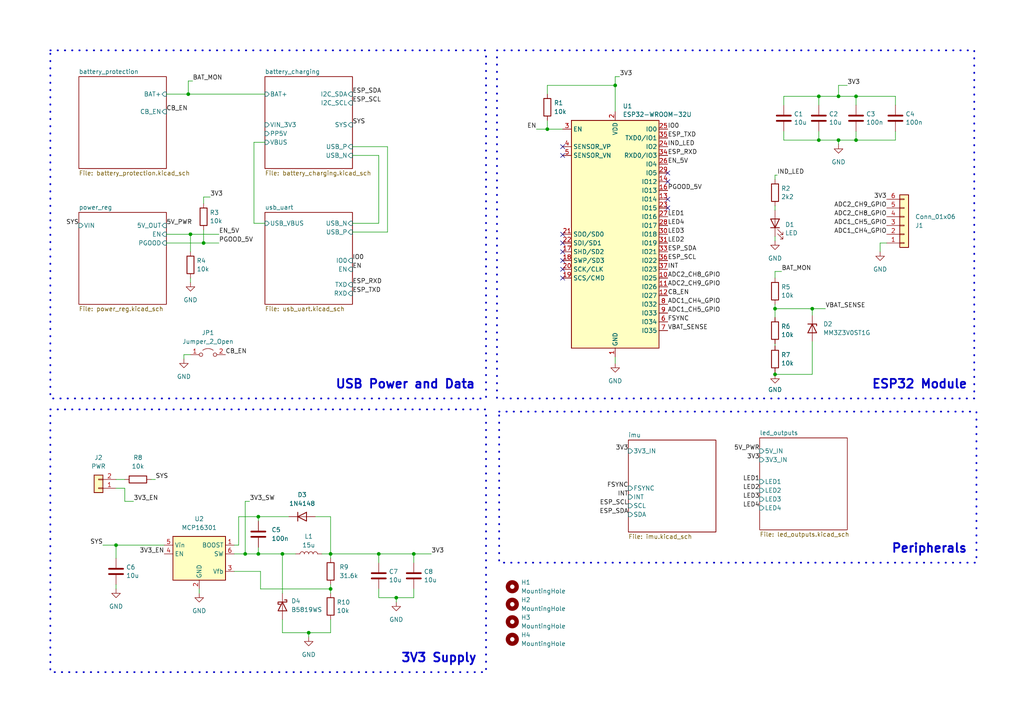
<source format=kicad_sch>
(kicad_sch (version 20230121) (generator eeschema)
  (paper "A4")
  (title_block (title "Props Board") (date "2023-11-15"))
  (lib_symbols
    (symbol "Connector_Generic:Conn_01x02" (pin_names (offset 1.016) hide)
      (property "Reference" "J" (at 0 2.54 0))
      (property "Value" "Conn_01x02" (at 0 -5.08 0))
      (symbol "Conn_01x02_1_1"
        (rectangle (start -1.27 -2.413) (end 0 -2.667) (stroke (width 0.1524)))
        (rectangle (start -1.27 0.127) (end 0 -0.127) (stroke (width 0.1524)))
        (rectangle (start -1.27 1.27) (end 1.27 -3.81) (stroke (width 0.254)) (fill (type background)))
        (pin passive line (at -5.08 0 0) (length 3.81) (name "Pin_1") (number "1"))
        (pin passive line (at -5.08 -2.54 0) (length 3.81) (name "Pin_2") (number "2"))
      )
    )
    (symbol "Connector_Generic:Conn_01x06" (pin_names (offset 1.016) hide)
      (property "Reference" "J" (at 0 7.62 0))
      (property "Value" "Conn_01x06" (at 0 -10.16 0))
      (symbol "Conn_01x06_1_1"
        (rectangle (start -1.27 -7.493) (end 0 -7.747) (stroke (width 0.1524)))
        (rectangle (start -1.27 -4.953) (end 0 -5.207) (stroke (width 0.1524)))
        (rectangle (start -1.27 -2.413) (end 0 -2.667) (stroke (width 0.1524)))
        (rectangle (start -1.27 0.127) (end 0 -0.127) (stroke (width 0.1524)))
        (rectangle (start -1.27 2.667) (end 0 2.413) (stroke (width 0.1524)))
        (rectangle (start -1.27 5.207) (end 0 4.953) (stroke (width 0.1524)))
        (rectangle (start -1.27 6.35) (end 1.27 -8.89) (stroke (width 0.254)) (fill (type background)))
        (pin passive line (at -5.08 5.08 0) (length 3.81) (name "Pin_1") (number "1"))
        (pin passive line (at -5.08 2.54 0) (length 3.81) (name "Pin_2") (number "2"))
        (pin passive line (at -5.08 0 0) (length 3.81) (name "Pin_3") (number "3"))
        (pin passive line (at -5.08 -2.54 0) (length 3.81) (name "Pin_4") (number "4"))
        (pin passive line (at -5.08 -5.08 0) (length 3.81) (name "Pin_5") (number "5"))
        (pin passive line (at -5.08 -7.62 0) (length 3.81) (name "Pin_6") (number "6"))
      )
    )
    (symbol "Device:C" (pin_numbers hide) (pin_names (offset 0.254))
      (property "Reference" "C" (at 0.635 2.54 0))
      (property "Value" "C" (at 0.635 -2.54 0))
      (symbol "C_0_1"
        (polyline (pts (xy -2.032 -0.762) (xy 2.032 -0.762)) (stroke (width 0.508)))
        (polyline (pts (xy -2.032 0.762) (xy 2.032 0.762)) (stroke (width 0.508)))
      )
      (symbol "C_1_1"
        (pin passive line (at 0 3.81 270) (length 2.794) (name "~") (number "1"))
        (pin passive line (at 0 -3.81 90) (length 2.794) (name "~") (number "2"))
      )
    )
    (symbol "Device:D" (pin_numbers hide) (pin_names (offset 1.016) hide)
      (property "Reference" "D" (at 0 2.54 0))
      (property "Value" "D" (at 0 -2.54 0))
      (symbol "D_0_1"
        (polyline (pts (xy -1.27 1.27) (xy -1.27 -1.27)) (stroke (width 0.254)))
        (polyline (pts (xy 1.27 0) (xy -1.27 0)))
        (polyline (pts (xy 1.27 1.27) (xy 1.27 -1.27) (xy -1.27 0) (xy 1.27 1.27)) (stroke (width 0.254)))
      )
      (symbol "D_1_1"
        (pin passive line (at -3.81 0 0) (length 2.54) (name "K") (number "1"))
        (pin passive line (at 3.81 0 180) (length 2.54) (name "A") (number "2"))
      )
    )
    (symbol "Device:D_Schottky" (pin_numbers hide) (pin_names (offset 1.016) hide)
      (property "Reference" "D" (at 0 2.54 0))
      (property "Value" "D_Schottky" (at 0 -2.54 0))
      (symbol "D_Schottky_0_1"
        (polyline (pts (xy 1.27 0) (xy -1.27 0)))
        (polyline (pts (xy 1.27 1.27) (xy 1.27 -1.27) (xy -1.27 0) (xy 1.27 1.27)) (stroke (width 0.254)))
        (polyline (pts (xy -1.905 0.635) (xy -1.905 1.27) (xy -1.27 1.27) (xy -1.27 -1.27) (xy -0.635 -1.27) (xy -0.635 -0.635)) (stroke (width 0.254)))
      )
      (symbol "D_Schottky_1_1"
        (pin passive line (at -3.81 0 0) (length 2.54) (name "K") (number "1"))
        (pin passive line (at 3.81 0 180) (length 2.54) (name "A") (number "2"))
      )
    )
    (symbol "Device:D_Zener" (pin_numbers hide) (pin_names (offset 1.016) hide)
      (property "Reference" "D" (at 0 2.54 0))
      (property "Value" "D_Zener" (at 0 -2.54 0))
      (symbol "D_Zener_0_1"
        (polyline (pts (xy 1.27 0) (xy -1.27 0)))
        (polyline (pts (xy -1.27 -1.27) (xy -1.27 1.27) (xy -0.762 1.27)) (stroke (width 0.254)))
        (polyline (pts (xy 1.27 -1.27) (xy 1.27 1.27) (xy -1.27 0) (xy 1.27 -1.27)) (stroke (width 0.254)))
      )
      (symbol "D_Zener_1_1"
        (pin passive line (at -3.81 0 0) (length 2.54) (name "K") (number "1"))
        (pin passive line (at 3.81 0 180) (length 2.54) (name "A") (number "2"))
      )
    )
    (symbol "Device:L" (pin_numbers hide) (pin_names (offset 1.016) hide)
      (property "Reference" "L" (at -1.27 0 90))
      (property "Value" "L" (at 1.905 0 90))
      (symbol "L_0_1"
        (arc (start 0 -2.54) (mid 0.6323 -1.905) (end 0 -1.27))
        (arc (start 0 -1.27) (mid 0.6323 -0.635) (end 0 0))
        (arc (start 0 0) (mid 0.6323 0.635) (end 0 1.27))
        (arc (start 0 1.27) (mid 0.6323 1.905) (end 0 2.54))
      )
      (symbol "L_1_1"
        (pin passive line (at 0 3.81 270) (length 1.27) (name "1") (number "1"))
        (pin passive line (at 0 -3.81 90) (length 1.27) (name "2") (number "2"))
      )
    )
    (symbol "Device:LED" (pin_numbers hide) (pin_names (offset 1.016) hide)
      (property "Reference" "D" (at 0 2.54 0))
      (property "Value" "LED" (at 0 -2.54 0))
      (symbol "LED_0_1"
        (polyline (pts (xy -1.27 -1.27) (xy -1.27 1.27)) (stroke (width 0.254)))
        (polyline (pts (xy -1.27 0) (xy 1.27 0)))
        (polyline (pts (xy 1.27 -1.27) (xy 1.27 1.27) (xy -1.27 0) (xy 1.27 -1.27)) (stroke (width 0.254)))
        (polyline (pts (xy -3.048 -0.762) (xy -4.572 -2.286) (xy -3.81 -2.286) (xy -4.572 -2.286) (xy -4.572 -1.524)))
        (polyline (pts (xy -1.778 -0.762) (xy -3.302 -2.286) (xy -2.54 -2.286) (xy -3.302 -2.286) (xy -3.302 -1.524)))
      )
      (symbol "LED_1_1"
        (pin passive line (at -3.81 0 0) (length 2.54) (name "K") (number "1"))
        (pin passive line (at 3.81 0 180) (length 2.54) (name "A") (number "2"))
      )
    )
    (symbol "Device:R" (pin_numbers hide) (pin_names (offset 0))
      (property "Reference" "R" (at 2.032 0 90))
      (property "Value" "R" (at 0 0 90))
      (symbol "R_0_1"
        (rectangle (start -1.016 -2.54) (end 1.016 2.54) (stroke (width 0.254)))
      )
      (symbol "R_1_1"
        (pin passive line (at 0 3.81 270) (length 1.27) (name "~") (number "1"))
        (pin passive line (at 0 -3.81 90) (length 1.27) (name "~") (number "2"))
      )
    )
    (symbol "Jumper:Jumper_2_Open" (pin_names (offset 0) hide)
      (property "Reference" "JP" (at 0 2.794 0))
      (property "Value" "Jumper_2_Open" (at 0 -2.286 0))
      (symbol "Jumper_2_Open_0_0"
        (circle (center -2.032 0) (radius 0.508))
        (circle (center 2.032 0) (radius 0.508))
      )
      (symbol "Jumper_2_Open_0_1"
        (arc (start 1.524 1.27) (mid 0 1.778) (end -1.524 1.27))
      )
      (symbol "Jumper_2_Open_1_1"
        (pin passive line (at -5.08 0 0) (length 2.54) (name "A") (number "1"))
        (pin passive line (at 5.08 0 180) (length 2.54) (name "B") (number "2"))
      )
    )
    (symbol "Mechanical:MountingHole" (pin_names (offset 1.016))
      (property "Reference" "H" (at 0 5.08 0))
      (property "Value" "MountingHole" (at 0 3.175 0))
      (symbol "MountingHole_0_1"
        (circle (center 0 0) (radius 1.27) (stroke (width 1.27)))
      )
    )
    (symbol "RF_Module:ESP32-WROOM-32U"
      (property "Reference" "U" (at -12.7 34.29 0))
      (property "Value" "ESP32-WROOM-32U" (at 1.27 34.29 0))
      (symbol "ESP32-WROOM-32U_0_1"
        (rectangle (start -12.7 33.02) (end 12.7 -33.02) (stroke (width 0.254)) (fill (type background)))
      )
      (symbol "ESP32-WROOM-32U_1_1"
        (pin power_in line (at 0 -35.56 90) (length 2.54) (name "GND") (number "1"))
        (pin bidirectional line (at 15.24 -12.7 180) (length 2.54) (name "IO25") (number "10"))
        (pin bidirectional line (at 15.24 -15.24 180) (length 2.54) (name "IO26") (number "11"))
        (pin bidirectional line (at 15.24 -17.78 180) (length 2.54) (name "IO27") (number "12"))
        (pin bidirectional line (at 15.24 10.16 180) (length 2.54) (name "IO14") (number "13"))
        (pin bidirectional line (at 15.24 15.24 180) (length 2.54) (name "IO12") (number "14"))
        (pin passive line (at 0 -35.56 90) (length 2.54) hide (name "GND") (number "15"))
        (pin bidirectional line (at 15.24 12.7 180) (length 2.54) (name "IO13") (number "16"))
        (pin bidirectional line (at -15.24 -5.08 0) (length 2.54) (name "SHD/SD2") (number "17"))
        (pin bidirectional line (at -15.24 -7.62 0) (length 2.54) (name "SWP/SD3") (number "18"))
        (pin bidirectional line (at -15.24 -12.7 0) (length 2.54) (name "SCS/CMD") (number "19"))
        (pin power_in line (at 0 35.56 270) (length 2.54) (name "VDD") (number "2"))
        (pin bidirectional line (at -15.24 -10.16 0) (length 2.54) (name "SCK/CLK") (number "20"))
        (pin bidirectional line (at -15.24 0 0) (length 2.54) (name "SDO/SD0") (number "21"))
        (pin bidirectional line (at -15.24 -2.54 0) (length 2.54) (name "SDI/SD1") (number "22"))
        (pin bidirectional line (at 15.24 7.62 180) (length 2.54) (name "IO15") (number "23"))
        (pin bidirectional line (at 15.24 25.4 180) (length 2.54) (name "IO2") (number "24"))
        (pin bidirectional line (at 15.24 30.48 180) (length 2.54) (name "IO0") (number "25"))
        (pin bidirectional line (at 15.24 20.32 180) (length 2.54) (name "IO4") (number "26"))
        (pin bidirectional line (at 15.24 5.08 180) (length 2.54) (name "IO16") (number "27"))
        (pin bidirectional line (at 15.24 2.54 180) (length 2.54) (name "IO17") (number "28"))
        (pin bidirectional line (at 15.24 17.78 180) (length 2.54) (name "IO5") (number "29"))
        (pin input line (at -15.24 30.48 0) (length 2.54) (name "EN") (number "3"))
        (pin bidirectional line (at 15.24 0 180) (length 2.54) (name "IO18") (number "30"))
        (pin bidirectional line (at 15.24 -2.54 180) (length 2.54) (name "IO19") (number "31"))
        (pin no_connect line (at -12.7 -27.94 0) (length 2.54) hide (name "NC") (number "32"))
        (pin bidirectional line (at 15.24 -5.08 180) (length 2.54) (name "IO21") (number "33"))
        (pin bidirectional line (at 15.24 22.86 180) (length 2.54) (name "RXD0/IO3") (number "34"))
        (pin bidirectional line (at 15.24 27.94 180) (length 2.54) (name "TXD0/IO1") (number "35"))
        (pin bidirectional line (at 15.24 -7.62 180) (length 2.54) (name "IO22") (number "36"))
        (pin bidirectional line (at 15.24 -10.16 180) (length 2.54) (name "IO23") (number "37"))
        (pin passive line (at 0 -35.56 90) (length 2.54) hide (name "GND") (number "38"))
        (pin passive line (at 0 -35.56 90) (length 2.54) hide (name "GND") (number "39"))
        (pin input line (at -15.24 25.4 0) (length 2.54) (name "SENSOR_VP") (number "4"))
        (pin input line (at -15.24 22.86 0) (length 2.54) (name "SENSOR_VN") (number "5"))
        (pin input line (at 15.24 -25.4 180) (length 2.54) (name "IO34") (number "6"))
        (pin input line (at 15.24 -27.94 180) (length 2.54) (name "IO35") (number "7"))
        (pin bidirectional line (at 15.24 -20.32 180) (length 2.54) (name "IO32") (number "8"))
        (pin bidirectional line (at 15.24 -22.86 180) (length 2.54) (name "IO33") (number "9"))
      )
    )
    (symbol "Regulator_Switching:MCP16301"
      (property "Reference" "U" (at -7.62 6.35 0))
      (property "Value" "MCP16301" (at 0 6.35 0))
      (symbol "MCP16301_0_1"
        (rectangle (start -7.62 5.08) (end 7.62 -7.62) (stroke (width 0.254)) (fill (type background)))
      )
      (symbol "MCP16301_1_1"
        (pin output line (at 10.16 2.54 180) (length 2.54) (name "BOOST") (number "1"))
        (pin power_in line (at 0 -10.16 90) (length 2.54) (name "GND") (number "2"))
        (pin input line (at 10.16 -5.08 180) (length 2.54) (name "Vfb") (number "3"))
        (pin input line (at -10.16 0 0) (length 2.54) (name "EN") (number "4"))
        (pin power_in line (at -10.16 2.54 0) (length 2.54) (name "Vin") (number "5"))
        (pin output line (at 10.16 0 180) (length 2.54) (name "SW") (number "6"))
      )
    )
    (symbol "power:GND" (power) (pin_names (offset 0))
      (property "Value" "GND" (at 0 -3.81 0))
      (symbol "GND_0_1"
        (polyline (pts (xy 0 0) (xy 0 -1.27) (xy 1.27 -1.27) (xy 0 -2.54) (xy -1.27 -1.27) (xy 0 -1.27)))
      )
      (symbol "GND_1_1"
        (pin power_in line (at 0 0 270) (length 0) hide (name "GND") (number "1"))
      )
    )
  )
  (junction (at 120.015 160.655))
  (junction (at 237.49 40.64))
  (junction (at 55.245 67.945))
  (junction (at 109.855 160.655))
  (junction (at 248.285 40.64))
  (junction (at 248.285 27.94))
  (junction (at 243.205 27.94))
  (junction (at 74.93 149.86))
  (junction (at 33.655 158.115))
  (junction (at 224.79 89.535))
  (junction (at 114.935 173.355))
  (junction (at 59.055 70.485))
  (junction (at 235.585 89.535))
  (junction (at 81.915 160.655))
  (junction (at 89.535 183.515))
  (junction (at 237.49 27.94))
  (junction (at 158.75 37.465))
  (junction (at 54.61 27.305))
  (junction (at 95.885 160.655))
  (junction (at 71.12 160.655))
  (junction (at 74.93 160.655))
  (junction (at 243.205 40.64))
  (junction (at 95.885 170.815))
  (junction (at 178.435 24.765))
  (junction (at 224.79 108.585))
  (no_connect (at 163.195 78.105))
  (no_connect (at 193.675 60.325))
  (no_connect (at 163.195 73.025))
  (no_connect (at 163.195 80.645))
  (no_connect (at 163.195 70.485))
  (no_connect (at 163.195 67.945))
  (no_connect (at 163.195 45.085))
  (no_connect (at 193.675 50.165))
  (no_connect (at 193.675 57.785))
  (no_connect (at 163.195 75.565))
  (no_connect (at 163.195 42.545))
  (no_connect (at 193.675 52.705))
  (wire (pts (xy 248.285 38.1) (xy 248.285 40.64)))
  (wire (pts (xy 95.885 160.655) (xy 93.345 160.655)))
  (wire (pts (xy 243.205 40.64) (xy 243.205 41.91)))
  (wire (pts (xy 33.655 169.545) (xy 33.655 170.815)))
  (wire (pts (xy 54.61 27.305) (xy 76.835 27.305)))
  (wire (pts (xy 60.96 57.15) (xy 59.055 57.15)))
  (wire (pts (xy 257.175 70.485) (xy 255.27 70.485)))
  (wire (pts (xy 36.195 145.415) (xy 38.735 145.415)))
  (wire (pts (xy 75.565 165.735) (xy 75.565 170.815)))
  (wire (pts (xy 55.245 102.87) (xy 53.34 102.87)))
  (wire (pts (xy 259.715 40.64) (xy 248.285 40.64)))
  (wire (pts (xy 224.79 107.95) (xy 224.79 108.585)))
  (wire (pts (xy 155.575 37.465) (xy 158.75 37.465)))
  (wire (pts (xy 158.75 37.465) (xy 158.75 34.925)))
  (wire (pts (xy 255.27 70.485) (xy 255.27 73.025)))
  (wire (pts (xy 53.34 102.87) (xy 53.34 104.14)))
  (wire (pts (xy 120.015 170.815) (xy 120.015 173.355)))
  (wire (pts (xy 55.245 67.945) (xy 55.245 73.025)))
  (wire (pts (xy 67.945 160.655) (xy 71.12 160.655)))
  (wire (pts (xy 243.205 24.765) (xy 243.205 27.94)))
  (wire (pts (xy 95.885 183.515) (xy 89.535 183.515)))
  (wire (pts (xy 33.655 158.115) (xy 47.625 158.115)))
  (wire (pts (xy 71.12 160.655) (xy 74.93 160.655)))
  (wire (pts (xy 248.285 27.94) (xy 243.205 27.94)))
  (wire (pts (xy 81.915 160.655) (xy 85.725 160.655)))
  (wire (pts (xy 224.79 89.535) (xy 224.79 88.265)))
  (wire (pts (xy 33.655 161.925) (xy 33.655 158.115)))
  (wire (pts (xy 69.215 149.86) (xy 69.215 158.115)))
  (wire (pts (xy 36.195 141.605) (xy 36.195 145.415)))
  (wire (pts (xy 109.855 160.655) (xy 95.885 160.655)))
  (wire (pts (xy 259.715 30.48) (xy 259.715 27.94)))
  (wire (pts (xy 29.845 158.115) (xy 33.655 158.115)))
  (wire (pts (xy 224.79 50.8) (xy 224.79 52.07)))
  (wire (pts (xy 74.93 158.75) (xy 74.93 160.655)))
  (wire (pts (xy 57.785 170.815) (xy 57.785 172.085)))
  (wire (pts (xy 95.885 179.705) (xy 95.885 183.515)))
  (wire (pts (xy 71.12 145.415) (xy 72.39 145.415)))
  (wire (pts (xy 178.435 22.225) (xy 178.435 24.765)))
  (wire (pts (xy 178.435 24.765) (xy 178.435 32.385)))
  (wire (pts (xy 158.75 27.305) (xy 158.75 24.765)))
  (wire (pts (xy 112.395 42.545) (xy 112.395 67.31)))
  (wire (pts (xy 73.66 64.77) (xy 73.66 41.275)))
  (wire (pts (xy 109.855 173.355) (xy 109.855 170.815)))
  (wire (pts (xy 243.205 24.765) (xy 245.745 24.765)))
  (wire (pts (xy 83.82 149.86) (xy 74.93 149.86)))
  (wire (pts (xy 227.33 40.64) (xy 227.33 38.1)))
  (wire (pts (xy 237.49 30.48) (xy 237.49 27.94)))
  (wire (pts (xy 235.585 89.535) (xy 235.585 91.44)))
  (wire (pts (xy 71.12 145.415) (xy 71.12 160.655)))
  (wire (pts (xy 67.945 158.115) (xy 69.215 158.115)))
  (wire (pts (xy 178.435 103.505) (xy 178.435 105.41)))
  (wire (pts (xy 59.055 66.675) (xy 59.055 70.485)))
  (wire (pts (xy 89.535 183.515) (xy 89.535 184.785)))
  (wire (pts (xy 59.055 70.485) (xy 48.26 70.485)))
  (wire (pts (xy 224.79 59.69) (xy 224.79 60.96)))
  (wire (pts (xy 227.33 27.94) (xy 237.49 27.94)))
  (wire (pts (xy 235.585 99.06) (xy 235.585 108.585)))
  (wire (pts (xy 237.49 38.1) (xy 237.49 40.64)))
  (wire (pts (xy 55.245 80.645) (xy 55.245 81.915)))
  (wire (pts (xy 55.88 23.495) (xy 54.61 23.495)))
  (wire (pts (xy 95.885 169.545) (xy 95.885 170.815)))
  (wire (pts (xy 59.055 70.485) (xy 63.5 70.485)))
  (wire (pts (xy 54.61 23.495) (xy 54.61 27.305)))
  (wire (pts (xy 33.655 139.065) (xy 36.195 139.065)))
  (wire (pts (xy 239.395 89.535) (xy 235.585 89.535)))
  (wire (pts (xy 120.015 163.195) (xy 120.015 160.655)))
  (wire (pts (xy 95.885 161.925) (xy 95.885 160.655)))
  (wire (pts (xy 120.015 160.655) (xy 125.095 160.655)))
  (wire (pts (xy 235.585 89.535) (xy 224.79 89.535)))
  (wire (pts (xy 120.015 160.655) (xy 109.855 160.655)))
  (wire (pts (xy 120.015 173.355) (xy 114.935 173.355)))
  (wire (pts (xy 76.835 64.77) (xy 73.66 64.77)))
  (wire (pts (xy 102.235 42.545) (xy 112.395 42.545)))
  (wire (pts (xy 224.79 78.74) (xy 224.79 80.645)))
  (wire (pts (xy 74.93 160.655) (xy 81.915 160.655)))
  (wire (pts (xy 89.535 183.515) (xy 81.915 183.515)))
  (wire (pts (xy 63.5 67.945) (xy 55.245 67.945)))
  (wire (pts (xy 67.945 165.735) (xy 75.565 165.735)))
  (wire (pts (xy 224.79 99.695) (xy 224.79 100.33)))
  (wire (pts (xy 91.44 149.86) (xy 95.885 149.86)))
  (wire (pts (xy 158.75 24.765) (xy 178.435 24.765)))
  (wire (pts (xy 243.205 40.64) (xy 237.49 40.64)))
  (wire (pts (xy 248.285 40.64) (xy 243.205 40.64)))
  (wire (pts (xy 95.885 149.86) (xy 95.885 160.655)))
  (wire (pts (xy 81.915 183.515) (xy 81.915 179.705)))
  (wire (pts (xy 59.055 57.15) (xy 59.055 59.055)))
  (wire (pts (xy 48.26 67.945) (xy 55.245 67.945)))
  (wire (pts (xy 112.395 67.31) (xy 102.235 67.31)))
  (wire (pts (xy 224.79 68.58) (xy 224.79 69.85)))
  (wire (pts (xy 114.935 173.355) (xy 114.935 174.625)))
  (wire (pts (xy 109.855 64.77) (xy 109.855 45.085)))
  (wire (pts (xy 226.695 78.74) (xy 224.79 78.74)))
  (wire (pts (xy 227.33 30.48) (xy 227.33 27.94)))
  (wire (pts (xy 227.33 40.64) (xy 237.49 40.64)))
  (wire (pts (xy 163.195 37.465) (xy 158.75 37.465)))
  (wire (pts (xy 33.655 141.605) (xy 36.195 141.605)))
  (wire (pts (xy 43.815 139.065) (xy 45.085 139.065)))
  (wire (pts (xy 243.205 27.94) (xy 237.49 27.94)))
  (wire (pts (xy 74.93 149.86) (xy 74.93 151.13)))
  (wire (pts (xy 248.285 30.48) (xy 248.285 27.94)))
  (wire (pts (xy 235.585 108.585) (xy 224.79 108.585)))
  (wire (pts (xy 109.855 163.195) (xy 109.855 160.655)))
  (wire (pts (xy 179.705 22.225) (xy 178.435 22.225)))
  (wire (pts (xy 95.885 170.815) (xy 95.885 172.085)))
  (wire (pts (xy 259.715 27.94) (xy 248.285 27.94)))
  (wire (pts (xy 114.935 173.355) (xy 109.855 173.355)))
  (wire (pts (xy 109.855 45.085) (xy 102.235 45.085)))
  (wire (pts (xy 259.715 38.1) (xy 259.715 40.64)))
  (wire (pts (xy 102.235 64.77) (xy 109.855 64.77)))
  (wire (pts (xy 75.565 170.815) (xy 95.885 170.815)))
  (wire (pts (xy 225.425 50.8) (xy 224.79 50.8)))
  (wire (pts (xy 81.915 160.655) (xy 81.915 172.085)))
  (wire (pts (xy 224.79 89.535) (xy 224.79 92.075)))
  (wire (pts (xy 73.66 41.275) (xy 76.835 41.275)))
  (wire (pts (xy 74.93 149.86) (xy 69.215 149.86)))
  (wire (pts (xy 48.26 27.305) (xy 54.61 27.305)))
  (rectangle (start 144.78 119.38) (end 283.21 163.195) (stroke (width 0.5) (type dot)))
  (rectangle (start 14.605 14.605) (end 140.97 115.57) (stroke (width 0.5) (type dot)))
  (rectangle (start 144.145 14.605) (end 282.575 115.57) (stroke (width 0.5) (type dot)))
  (rectangle (start 14.605 118.745) (end 140.97 194.945) (stroke (width 0.5) (type dot)))
  (text "ESP32 Module" (at 252.73 113.03 0) (effects (font (size 2.54 2.54) (thickness 0.508) bold) (justify left bottom)))
  (text "3V3 Supply\n" (at 116.205 192.405 0) (effects (font (size 2.54 2.54) (thickness 0.508) bold) (justify left bottom)))
  (text "USB Power and Data" (at 97.155 113.03 0) (effects (font (size 2.54 2.54) (thickness 0.508) bold) (justify left bottom)))
  (text "Peripherals" (at 258.445 160.655 0) (effects (font (size 2.54 2.54) (thickness 0.508) bold) (justify left bottom)))
  (label "ADC1_CH5_GPIO" (at 193.675 90.805 0))
  (label "ADC2_CH9_GPIO" (at 193.675 83.185 0))
  (label "SYS" (at 102.235 36.195 0))
  (label "BAT_MON" (at 55.88 23.495 0))
  (label "INT" (at 193.675 78.105 0))
  (label "ESP_SCL" (at 182.245 146.685 180))
  (label "3V3_EN" (at 38.735 145.415 0))
  (label "3V3_SW" (at 72.39 145.415 0))
  (label "3V3" (at 182.245 130.81 180))
  (label "3V3" (at 245.745 24.765 0))
  (label "IO0" (at 193.675 37.465 0))
  (label "ADC1_CH4_GPIO" (at 193.675 88.265 0))
  (label "EN" (at 102.235 78.105 0))
  (label "3V3" (at 125.095 160.655 0))
  (label "CB_EN" (at 48.26 32.385 0))
  (label "CB_EN" (at 65.405 102.87 0))
  (label "3V3" (at 220.345 133.35 180))
  (label "ESP_TXD" (at 193.675 40.005 0))
  (label "ADC2_CH8_GPIO" (at 193.675 80.645 0))
  (label "ADC1_CH5_GPIO" (at 257.175 65.405 180))
  (label "IND_LED" (at 193.675 42.545 0))
  (label "LED1" (at 220.345 139.7 180))
  (label "ESP_SCL" (at 193.675 75.565 0))
  (label "SYS" (at 45.085 139.065 0))
  (label "EN" (at 155.575 37.465 180))
  (label "5V_PWR" (at 220.345 130.81 180))
  (label "INT" (at 182.245 144.145 180))
  (label "LED3" (at 193.675 67.945 0))
  (label "3V3" (at 179.705 22.225 0))
  (label "LED2" (at 220.345 142.24 180))
  (label "3V3" (at 257.175 57.785 180))
  (label "ESP_SDA" (at 102.235 27.305 0))
  (label "LED4" (at 220.345 147.32 180))
  (label "5V_PWR" (at 48.26 65.405 0))
  (label "PGOOD_5V" (at 193.675 55.245 0))
  (label "FSYNC" (at 193.675 93.345 0))
  (label "ESP_RXD" (at 102.235 82.55 0))
  (label "ESP_TXD" (at 102.235 85.09 0))
  (label "FSYNC" (at 182.245 141.605 180))
  (label "BAT_MON" (at 226.695 78.74 0))
  (label "LED1" (at 193.675 62.865 0))
  (label "IND_LED" (at 225.425 50.8 0))
  (label "PGOOD_5V" (at 63.5 70.485 0))
  (label "VBAT_SENSE" (at 239.395 89.535 0))
  (label "ADC2_CH9_GPIO" (at 257.175 60.325 180))
  (label "VBAT_SENSE" (at 193.675 95.885 0))
  (label "LED3" (at 220.345 144.78 180))
  (label "3V3" (at 60.96 57.15 0))
  (label "ESP_RXD" (at 193.675 45.085 0))
  (label "3V3_EN" (at 47.625 160.655 180))
  (label "SYS" (at 22.86 65.405 180))
  (label "LED2" (at 193.675 70.485 0))
  (label "IO0" (at 102.235 75.565 0))
  (label "ADC2_CH8_GPIO" (at 257.175 62.865 180))
  (label "LED4" (at 193.675 65.405 0))
  (label "CB_EN" (at 193.675 85.725 0))
  (label "ESP_SDA" (at 193.675 73.025 0))
  (label "SYS" (at 29.845 158.115 180))
  (label "EN_5V" (at 63.5 67.945 0))
  (label "ESP_SDA" (at 182.245 149.225 180))
  (label "ESP_SCL" (at 102.235 29.845 0))
  (label "ADC1_CH4_GPIO" (at 257.175 67.945 180))
  (label "EN_5V" (at 193.675 47.625 0))
  (symbol (lib_id "Device:C") (at 109.855 167.005 0) (unit 1)
    (property "Reference" "C7" (at 112.776 165.7929 0) (effects (justify left)))
    (property "Value" "10u" (at 112.776 168.2171 0) (effects (justify left)))
    (property "Footprint" "Capacitor_SMD:C_0603_1608Metric" (effects hide))
    (property "Digikey Part No." "1276-1192-1-ND" (effects hide))
  )
  (symbol (lib_id "Device:D") (at 87.63 149.86 0) (unit 1)
    (property "Reference" "D3" (at 87.63 143.51 0))
    (property "Value" "1N4148" (at 87.63 146.05 0))
    (property "Footprint" "Diode_SMD:D_SOD-323" (effects hide))
    (property "Digikey Part No." "1N4148WXTPMSCT-ND" (effects hide))
  )
  (symbol (lib_id "Device:L") (at 89.535 160.655 90) (unit 1)
    (property "Reference" "L1" (at 89.535 155.575 90))
    (property "Value" "15u" (at 89.535 158.115 90))
    (property "Footprint" "props_board:TYA3012" (effects hide))
    (property "Digikey Part No." "240-TYA3012150M-10CT-ND" (effects hide))
  )
  (symbol (lib_id "Device:D_Schottky") (at 81.915 175.895 270) (unit 1)
    (property "Reference" "D4" (at 84.455 174.3075 90) (effects (justify left)))
    (property "Value" "B5819WS" (at 84.455 176.8475 90) (effects (justify left)))
    (property "Footprint" "Diode_SMD:D_SOD-323" (effects hide))
    (property "Digikey Part No." "B5819WS-TPMSCT-ND" (effects hide))
  )
  (symbol (lib_id "power:GND") (at 224.79 108.585 0) (unit 1)
    (property "Reference" "#PWR07" (effects hide))
    (property "Value" "GND" (at 224.79 113.03 0))
  )
  (symbol (lib_id "Connector_Generic:Conn_01x02") (at 28.575 141.605 180) (unit 1)
    (property "Reference" "J2" (at 28.575 132.715 0))
    (property "Value" "PWR" (at 28.575 135.255 0))
    (property "Footprint" "Connector_JST:JST_XH_B2B-XH-A_1x02_P2.50mm_Vertical" (effects hide))
  )
  (symbol (lib_id "power:GND") (at 89.535 184.785 0) (unit 1)
    (property "Reference" "#PWR011" (effects hide))
    (property "Value" "GND" (at 89.535 189.865 0))
  )
  (symbol (lib_id "Device:R") (at 224.79 84.455 0) (unit 1)
    (property "Reference" "R5" (at 226.568 83.2429 0) (effects (justify left)))
    (property "Value" "10k" (at 226.568 85.6671 0) (effects (justify left)))
    (property "Footprint" "Resistor_SMD:R_0603_1608Metric" (effects hide))
    (property "Digikey Part No." "RMCF0603FT10K0CT-ND" (effects hide))
  )
  (symbol (lib_id "power:GND") (at 57.785 172.085 0) (unit 1)
    (property "Reference" "#PWR09" (effects hide))
    (property "Value" "GND" (at 57.785 177.165 0))
  )
  (symbol (lib_id "Mechanical:MountingHole") (at 148.59 170.18 0) (unit 1)
    (property "Reference" "H1" (at 151.13 168.91 0) (effects (justify left)))
    (property "Value" "MountingHole" (at 151.13 171.45 0) (effects (justify left)))
    (property "Footprint" "MountingHole:MountingHole_3.2mm_M3_DIN965" (effects hide))
  )
  (symbol (lib_id "Jumper:Jumper_2_Open") (at 60.325 102.87 0) (unit 1)
    (property "Reference" "JP1" (at 60.325 96.52 0))
    (property "Value" "Jumper_2_Open" (at 60.325 99.06 0))
    (property "Footprint" "Jumper:SolderJumper-2_P1.3mm_Open_RoundedPad1.0x1.5mm" (effects hide))
  )
  (symbol (lib_id "Mechanical:MountingHole") (at 148.59 175.26 0) (unit 1)
    (property "Reference" "H2" (at 151.13 173.99 0) (effects (justify left)))
    (property "Value" "MountingHole" (at 151.13 176.53 0) (effects (justify left)))
    (property "Footprint" "MountingHole:MountingHole_3.2mm_M3_DIN965" (effects hide))
  )
  (symbol (lib_id "Regulator_Switching:MCP16301") (at 57.785 160.655 0) (unit 1)
    (property "Reference" "U2" (at 57.785 150.495 0))
    (property "Value" "MCP16301" (at 57.785 153.035 0))
    (property "Footprint" "Package_TO_SOT_SMD:SOT-23-6" (effects hide))
    (property "Datasheet" "http://ww1.microchip.com/downloads/en/DeviceDoc/20005004D.pdf" (effects hide))
    (property "Digikey Part No." "taobao" (effects hide))
  )
  (symbol (lib_id "Device:R") (at 224.79 104.14 0) (unit 1)
    (property "Reference" "R7" (at 226.568 102.9279 0) (effects (justify left)))
    (property "Value" "10k" (at 226.568 105.3521 0) (effects (justify left)))
    (property "Footprint" "Resistor_SMD:R_0603_1608Metric" (effects hide))
    (property "Digikey Part No." "RMCF0603FT10K0CT-ND" (effects hide))
  )
  (symbol (lib_id "Device:C") (at 259.715 34.29 0) (unit 1)
    (property "Reference" "C4" (at 262.636 33.0779 0) (effects (justify left)))
    (property "Value" "100n" (at 262.636 35.5021 0) (effects (justify left)))
    (property "Footprint" "Capacitor_SMD:C_0603_1608Metric" (effects hide))
    (property "Digikey Part No." "1276-1000-1-ND" (effects hide))
  )
  (symbol (lib_id "power:GND") (at 53.34 104.14 0) (unit 1)
    (property "Reference" "#PWR05" (effects hide))
    (property "Value" "GND" (at 53.34 109.22 0))
  )
  (symbol (lib_id "Device:C") (at 248.285 34.29 0) (unit 1)
    (property "Reference" "C3" (at 251.206 33.0779 0) (effects (justify left)))
    (property "Value" "100n" (at 251.206 35.5021 0) (effects (justify left)))
    (property "Footprint" "Capacitor_SMD:C_0603_1608Metric" (effects hide))
    (property "Digikey Part No." "1276-1000-1-ND" (effects hide))
  )
  (symbol (lib_id "Connector_Generic:Conn_01x06") (at 262.255 65.405 0) (mirror x) (unit 1)
    (property "Reference" "J1" (at 265.43 65.405 0) (effects (justify left)))
    (property "Value" "Conn_01x06" (at 265.43 62.865 0) (effects (justify left)))
    (property "Footprint" "Connector_JST:JST_XH_B6B-XH-A_1x06_P2.50mm_Vertical" (effects hide))
  )
  (symbol (lib_id "Device:R") (at 95.885 165.735 0) (unit 1)
    (property "Reference" "R9" (at 98.425 164.465 0) (effects (justify left)))
    (property "Value" "31.6k" (at 98.425 167.005 0) (effects (justify left)))
    (property "Footprint" "Resistor_SMD:R_0603_1608Metric" (effects hide))
    (property "Digikey Part No." "RMCF0603FT31K6CT-ND" (effects hide))
  )
  (symbol (lib_id "Device:C") (at 74.93 154.94 180) (unit 1)
    (property "Reference" "C5" (at 78.74 153.67 0) (effects (justify right)))
    (property "Value" "100n" (at 78.74 156.21 0) (effects (justify right)))
    (property "Footprint" "Capacitor_SMD:C_0603_1608Metric" (effects hide))
    (property "Digikey Part No." "1276-1000-1-ND" (effects hide))
  )
  (symbol (lib_id "Mechanical:MountingHole") (at 148.59 180.34 0) (unit 1)
    (property "Reference" "H3" (at 151.13 179.07 0) (effects (justify left)))
    (property "Value" "MountingHole" (at 151.13 181.61 0) (effects (justify left)))
    (property "Footprint" "MountingHole:MountingHole_3.2mm_M3_DIN965" (effects hide))
  )
  (symbol (lib_id "Device:R") (at 95.885 175.895 0) (unit 1)
    (property "Reference" "R10" (at 97.663 174.6829 0) (effects (justify left)))
    (property "Value" "10k" (at 97.663 177.1071 0) (effects (justify left)))
    (property "Footprint" "Resistor_SMD:R_0603_1608Metric" (effects hide))
    (property "Digikey Part No." "RMCF0603FT10K0CT-ND" (effects hide))
  )
  (symbol (lib_id "Device:R") (at 224.79 95.885 0) (unit 1)
    (property "Reference" "R6" (at 226.568 94.6729 0) (effects (justify left)))
    (property "Value" "10k" (at 226.568 97.0971 0) (effects (justify left)))
    (property "Footprint" "Resistor_SMD:R_0603_1608Metric" (effects hide))
    (property "Digikey Part No." "RMCF0603FT10K0CT-ND" (effects hide))
  )
  (symbol (lib_id "power:GND") (at 33.655 170.815 0) (unit 1)
    (property "Reference" "#PWR08" (effects hide))
    (property "Value" "GND" (at 33.655 175.895 0))
  )
  (symbol (lib_id "Device:C") (at 227.33 34.29 0) (unit 1)
    (property "Reference" "C1" (at 230.251 33.0779 0) (effects (justify left)))
    (property "Value" "10u" (at 230.251 35.5021 0) (effects (justify left)))
    (property "Footprint" "Capacitor_SMD:C_0603_1608Metric" (effects hide))
    (property "Digikey Part No." "1276-1192-1-ND" (effects hide))
  )
  (symbol (lib_id "power:GND") (at 243.205 41.91 0) (unit 1)
    (property "Reference" "#PWR01" (effects hide))
    (property "Value" "GND" (at 243.205 46.99 0))
  )
  (symbol (lib_id "power:GND") (at 255.27 73.025 0) (unit 1)
    (property "Reference" "#PWR03" (effects hide))
    (property "Value" "GND" (at 255.27 78.105 0))
  )
  (symbol (lib_id "Device:R") (at 55.245 76.835 0) (unit 1)
    (property "Reference" "R4" (at 57.023 75.6229 0) (effects (justify left)))
    (property "Value" "10k" (at 57.023 78.0471 0) (effects (justify left)))
    (property "Footprint" "Resistor_SMD:R_0603_1608Metric" (effects hide))
    (property "Digikey Part No." "RMCF0603FT10K0CT-ND" (effects hide))
  )
  (symbol (lib_id "Device:R") (at 224.79 55.88 0) (unit 1)
    (property "Reference" "R2" (at 226.568 54.6679 0) (effects (justify left)))
    (property "Value" "2k2" (at 226.568 57.0921 0) (effects (justify left)))
    (property "Footprint" "Resistor_SMD:R_0603_1608Metric" (effects hide))
    (property "Digikey Part No." "RMCF0603JT2K20CT-ND" (effects hide))
  )
  (symbol (lib_id "power:GND") (at 55.245 81.915 0) (unit 1)
    (property "Reference" "#PWR04" (effects hide))
    (property "Value" "GND" (at 55.245 86.995 0))
  )
  (symbol (lib_id "Device:C") (at 120.015 167.005 0) (unit 1)
    (property "Reference" "C8" (at 122.936 165.7929 0) (effects (justify left)))
    (property "Value" "10u" (at 122.936 168.2171 0) (effects (justify left)))
    (property "Footprint" "Capacitor_SMD:C_0603_1608Metric" (effects hide))
    (property "Digikey Part No." "1276-1192-1-ND" (effects hide))
  )
  (symbol (lib_id "Device:R") (at 158.75 31.115 0) (unit 1)
    (property "Reference" "R1" (at 160.655 29.845 0) (effects (justify left)))
    (property "Value" "10k" (at 160.655 32.385 0) (effects (justify left)))
    (property "Footprint" "Resistor_SMD:R_0603_1608Metric" (effects hide))
    (property "Digikey Part No." "RMCF0603FT10K0CT-ND" (effects hide))
  )
  (symbol (lib_id "power:GND") (at 224.79 69.85 0) (unit 1)
    (property "Reference" "#PWR02" (effects hide))
    (property "Value" "GND" (at 224.79 74.93 0))
  )
  (symbol (lib_id "Device:D_Zener") (at 235.585 95.25 270) (unit 1)
    (property "Reference" "D2" (at 238.76 93.98 90) (effects (justify left)))
    (property "Value" "MM3Z3V0ST1G" (at 238.76 96.52 90) (effects (justify left)))
    (property "Footprint" "Diode_SMD:D_SOD-323" (effects hide))
    (property "Digikey Part No." "MM3Z3V0ST1GOSCT-ND" (effects hide))
  )
  (symbol (lib_id "RF_Module:ESP32-WROOM-32U") (at 178.435 67.945 0) (unit 1)
    (property "Reference" "U1" (at 180.6291 30.7807 0) (effects (justify left)))
    (property "Value" "ESP32-WROOM-32U" (at 180.6291 33.2049 0) (effects (justify left)))
    (property "Footprint" "RF_Module:ESP32-WROOM-32U" (effects hide))
    (property "Datasheet" "https://www.espressif.com/sites/default/files/documentation/esp32-wroom-32d_esp32-wroom-32u_datasheet_en.pdf" (effects hide))
    (property "Digikey Part No." "taobao" (effects hide))
  )
  (symbol (lib_id "Mechanical:MountingHole") (at 148.59 185.42 0) (unit 1)
    (property "Reference" "H4" (at 151.13 184.15 0) (effects (justify left)))
    (property "Value" "MountingHole" (at 151.13 186.69 0) (effects (justify left)))
    (property "Footprint" "MountingHole:MountingHole_3.2mm_M3_DIN965" (effects hide))
  )
  (symbol (lib_id "Device:C") (at 33.655 165.735 0) (unit 1)
    (property "Reference" "C6" (at 36.576 164.5229 0) (effects (justify left)))
    (property "Value" "10u" (at 36.576 166.9471 0) (effects (justify left)))
    (property "Footprint" "Capacitor_SMD:C_0805_2012Metric" (effects hide))
    (property "Digikey Part No." "1276-2891-1-ND" (effects hide))
  )
  (symbol (lib_id "power:GND") (at 114.935 174.625 0) (unit 1)
    (property "Reference" "#PWR010" (effects hide))
    (property "Value" "GND" (at 114.935 179.705 0))
  )
  (symbol (lib_id "Device:C") (at 237.49 34.29 0) (unit 1)
    (property "Reference" "C2" (at 240.411 33.0779 0) (effects (justify left)))
    (property "Value" "10u" (at 240.411 35.5021 0) (effects (justify left)))
    (property "Footprint" "Capacitor_SMD:C_0603_1608Metric" (effects hide))
    (property "Digikey Part No." "1276-1192-1-ND" (effects hide))
  )
  (symbol (lib_id "Device:LED") (at 224.79 64.77 90) (unit 1)
    (property "Reference" "D1" (at 227.711 65.1454 90) (effects (justify right)))
    (property "Value" "LED" (at 227.711 67.5696 90) (effects (justify right)))
    (property "Footprint" "LED_SMD:LED_0603_1608Metric" (effects hide))
    (property "Digikey Part No." "160-1828-1-ND" (effects hide))
  )
  (symbol (lib_id "power:GND") (at 178.435 105.41 0) (unit 1)
    (property "Reference" "#PWR06" (effects hide))
    (property "Value" "GND" (at 178.435 110.49 0))
  )
  (symbol (lib_id "Device:R") (at 59.055 62.865 0) (unit 1)
    (property "Reference" "R3" (at 60.833 61.6529 0) (effects (justify left)))
    (property "Value" "10k" (at 60.833 64.0771 0) (effects (justify left)))
    (property "Footprint" "Resistor_SMD:R_0603_1608Metric" (effects hide))
    (property "Digikey Part No." "RMCF0603FT10K0CT-ND" (effects hide))
  )
  (symbol (lib_id "Device:R") (at 40.005 139.065 90) (unit 1)
    (property "Reference" "R8" (at 40.005 132.715 90))
    (property "Value" "10k" (at 40.005 135.255 90))
    (property "Footprint" "Resistor_SMD:R_0603_1608Metric" (effects hide))
    (property "Digikey Part No." "RMCF0603FT10K0CT-ND" (effects hide))
  )
  (sheet (at 22.86 22.225) (size 25.4 26.67) (stroke (width 0.1524))
    (property "Sheetname" "battery_protection" (at 22.86 21.5134 0) (effects (justify left bottom)))
    (property "Sheetfile" "battery_protection.kicad_sch" (at 22.86 49.4796 0) (effects (justify left top)))
    (pin "BAT+" input (at 48.26 27.305 0))
    (pin "CB_EN" input (at 48.26 32.385 0))
  )
  (sheet (at 76.835 22.225) (size 25.4 26.67) (stroke (width 0.1524))
    (property "Sheetname" "battery_charging" (at 76.835 21.5134 0) (effects (justify left bottom)))
    (property "Sheetfile" "battery_charging.kicad_sch" (at 76.835 49.4796 0) (effects (justify left top)))
    (pin "I2C_SDA" input (at 102.235 27.305 0))
    (pin "I2C_SCL" input (at 102.235 29.845 0))
    (pin "SYS" input (at 102.235 36.195 0))
    (pin "PP5V" input (at 76.835 38.735 180))
    (pin "VIN_3V3" input (at 76.835 36.195 180))
    (pin "BAT+" input (at 76.835 27.305 180))
    (pin "USB_P" input (at 102.235 42.545 0))
    (pin "USB_N" input (at 102.235 45.085 0))
    (pin "VBUS" input (at 76.835 41.275 180))
  )
  (sheet (at 220.345 127) (size 25.4 26.67) (stroke (width 0.1524))
    (property "Sheetname" "led_outputs" (at 220.345 126.2884 0) (effects (justify left bottom)))
    (property "Sheetfile" "led_outputs.kicad_sch" (at 220.345 154.2546 0) (effects (justify left top)))
    (pin "LED3" input (at 220.345 144.78 180))
    (pin "5V_IN" input (at 220.345 130.81 180))
    (pin "3V3_IN" input (at 220.345 133.35 180))
    (pin "LED2" input (at 220.345 142.24 180))
    (pin "LED1" input (at 220.345 139.7 180))
    (pin "LED4" input (at 220.345 147.32 180))
  )
  (sheet (at 22.86 61.595) (size 25.4 26.67) (stroke (width 0.1524))
    (property "Sheetname" "power_reg" (at 22.86 60.8834 0) (effects (justify left bottom)))
    (property "Sheetfile" "power_reg.kicad_sch" (at 22.86 88.8496 0) (effects (justify left top)))
    (pin "5V_OUT" input (at 48.26 65.405 0))
    (pin "VIN" input (at 22.86 65.405 180))
    (pin "EN" input (at 48.26 67.945 0))
    (pin "PGOOD" input (at 48.26 70.485 0))
  )
  (sheet (at 76.835 61.595) (size 25.4 26.67) (stroke (width 0.1524))
    (property "Sheetname" "usb_uart" (at 76.835 60.8834 0) (effects (justify left bottom)))
    (property "Sheetfile" "usb_uart.kicad_sch" (at 76.835 88.8496 0) (effects (justify left top)))
    (pin "USB_VBUS" input (at 76.835 64.77 180))
    (pin "USB_N" input (at 102.235 64.77 0))
    (pin "USB_P" input (at 102.235 67.31 0))
    (pin "TXD" input (at 102.235 82.55 0))
    (pin "RXD" input (at 102.235 85.09 0))
    (pin "IO0" input (at 102.235 75.565 0))
    (pin "EN" input (at 102.235 78.105 0))
  )
  (sheet (at 182.245 127.635) (size 25.4 26.67) (stroke (width 0.1524))
    (property "Sheetname" "imu" (at 182.245 126.9234 0) (effects (justify left bottom)))
    (property "Sheetfile" "imu.kicad_sch" (at 182.245 154.8896 0) (effects (justify left top)))
    (pin "3V3_IN" input (at 182.245 130.81 180))
    (pin "FSYNC" input (at 182.245 141.605 180))
    (pin "INT" input (at 182.245 144.145 180))
    (pin "SCL" input (at 182.245 146.685 180))
    (pin "SDA" input (at 182.245 149.225 180))
  )
)
</source>
